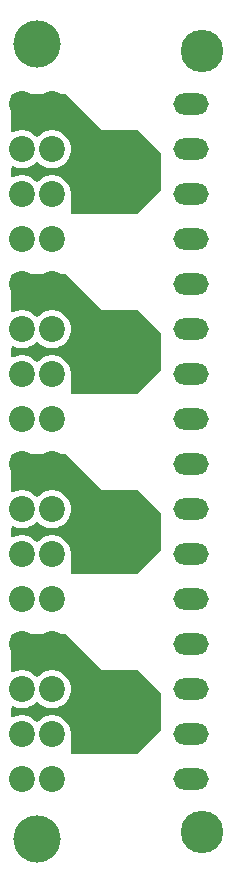
<source format=gbr>
G04 #@! TF.GenerationSoftware,KiCad,Pcbnew,(5.99.0-7355-g8781ce7efb)*
G04 #@! TF.CreationDate,2021-03-09T10:35:05+01:00*
G04 #@! TF.ProjectId,NI9217Filter,4e493932-3137-4466-996c-7465722e6b69,rev?*
G04 #@! TF.SameCoordinates,Original*
G04 #@! TF.FileFunction,Copper,L1,Top*
G04 #@! TF.FilePolarity,Positive*
%FSLAX46Y46*%
G04 Gerber Fmt 4.6, Leading zero omitted, Abs format (unit mm)*
G04 Created by KiCad (PCBNEW (5.99.0-7355-g8781ce7efb)) date 2021-03-09 10:35:05*
%MOMM*%
%LPD*%
G01*
G04 APERTURE LIST*
G04 #@! TA.AperFunction,ComponentPad*
%ADD10O,3.000000X1.800000*%
G04 #@! TD*
G04 #@! TA.AperFunction,ComponentPad*
%ADD11C,3.600000*%
G04 #@! TD*
G04 #@! TA.AperFunction,ComponentPad*
%ADD12C,2.200000*%
G04 #@! TD*
G04 #@! TA.AperFunction,ComponentPad*
%ADD13C,4.000000*%
G04 #@! TD*
G04 #@! TA.AperFunction,ViaPad*
%ADD14C,1.000000*%
G04 #@! TD*
G04 APERTURE END LIST*
D10*
X150865000Y-130175000D03*
X150865000Y-126365000D03*
X150865000Y-122555000D03*
X150865000Y-118745000D03*
X150865000Y-114935000D03*
X150865000Y-111125000D03*
X150865000Y-107315000D03*
X150865000Y-103505000D03*
X150865000Y-99695000D03*
X150865000Y-95885000D03*
X150865000Y-92075000D03*
X150865000Y-88265000D03*
X150865000Y-84455000D03*
X150865000Y-80645000D03*
X150865000Y-76835000D03*
X150865000Y-73025000D03*
D11*
X151765000Y-134675000D03*
X151765000Y-68525000D03*
D12*
X136525000Y-103505000D03*
X139065000Y-103505000D03*
X136525000Y-107315000D03*
X139065000Y-107315000D03*
X136525000Y-111125000D03*
X139065000Y-111125000D03*
X136525000Y-114935000D03*
X139065000Y-114935000D03*
X136525000Y-118745000D03*
X139065000Y-118745000D03*
X136525000Y-122555000D03*
X139065000Y-122555000D03*
X136525000Y-126365000D03*
X139065000Y-126365000D03*
X136525000Y-130175000D03*
X139065000Y-130175000D03*
X136525000Y-73025000D03*
X139065000Y-73025000D03*
X136525000Y-76835000D03*
X139065000Y-76835000D03*
X136525000Y-80645000D03*
X139065000Y-80645000D03*
X136525000Y-84455000D03*
X139065000Y-84455000D03*
X136525000Y-88265000D03*
X139065000Y-88265000D03*
X136525000Y-92075000D03*
X139065000Y-92075000D03*
X136525000Y-95885000D03*
X139065000Y-95885000D03*
X136525000Y-99695000D03*
X139065000Y-99695000D03*
D13*
X137795000Y-135255000D03*
X137795000Y-67945000D03*
D14*
X146050000Y-124460000D03*
X146050000Y-109220000D03*
X146050000Y-93980000D03*
X146050000Y-78740000D03*
G04 #@! TA.AperFunction,Conductor*
G36*
X138868891Y-102615987D02*
G01*
X140155809Y-102615988D01*
X140223930Y-102635990D01*
X140244904Y-102652892D01*
X143256000Y-105664000D01*
X146251806Y-105664000D01*
X146319927Y-105684002D01*
X146340901Y-105700905D01*
X148299091Y-107659095D01*
X148333117Y-107721407D01*
X148335996Y-107748190D01*
X148335996Y-110691810D01*
X148315994Y-110759931D01*
X148299091Y-110780905D01*
X146340901Y-112739095D01*
X146278589Y-112773121D01*
X146251806Y-112776000D01*
X140842000Y-112776000D01*
X140773879Y-112755998D01*
X140727386Y-112702342D01*
X140716000Y-112650000D01*
X140716000Y-111252000D01*
X140710681Y-111252000D01*
X140708690Y-111245219D01*
X140680748Y-111201740D01*
X140676032Y-111156355D01*
X140678112Y-111129929D01*
X140678500Y-111125000D01*
X140658635Y-110872593D01*
X140631588Y-110759931D01*
X140600685Y-110631213D01*
X140599530Y-110626401D01*
X140502639Y-110392486D01*
X140370349Y-110176608D01*
X140367138Y-110172848D01*
X140367134Y-110172843D01*
X140209130Y-109987845D01*
X140205917Y-109984083D01*
X140187295Y-109968178D01*
X140017157Y-109822866D01*
X140017152Y-109822862D01*
X140013392Y-109819651D01*
X139797514Y-109687361D01*
X139792944Y-109685468D01*
X139792940Y-109685466D01*
X139568172Y-109592364D01*
X139568170Y-109592363D01*
X139563599Y-109590470D01*
X139451706Y-109563607D01*
X139322220Y-109532520D01*
X139322214Y-109532519D01*
X139317407Y-109531365D01*
X139065000Y-109511500D01*
X138812593Y-109531365D01*
X138807786Y-109532519D01*
X138807780Y-109532520D01*
X138678294Y-109563607D01*
X138566401Y-109590470D01*
X138561830Y-109592363D01*
X138561828Y-109592364D01*
X138337060Y-109685466D01*
X138337056Y-109685468D01*
X138332486Y-109687361D01*
X138116608Y-109819651D01*
X138112848Y-109822862D01*
X138112843Y-109822866D01*
X137942705Y-109968178D01*
X137924083Y-109984083D01*
X137890809Y-110023042D01*
X137831361Y-110061849D01*
X137760367Y-110062357D01*
X137699191Y-110023042D01*
X137665917Y-109984083D01*
X137647295Y-109968178D01*
X137477157Y-109822866D01*
X137477152Y-109822862D01*
X137473392Y-109819651D01*
X137257514Y-109687361D01*
X137252944Y-109685468D01*
X137252940Y-109685466D01*
X137028172Y-109592364D01*
X137028170Y-109592363D01*
X137023599Y-109590470D01*
X136911706Y-109563607D01*
X136782220Y-109532520D01*
X136782214Y-109532519D01*
X136777407Y-109531365D01*
X136525000Y-109511500D01*
X136272593Y-109531365D01*
X136267786Y-109532519D01*
X136267780Y-109532520D01*
X136138294Y-109563607D01*
X136026401Y-109590470D01*
X136021830Y-109592363D01*
X136021828Y-109592364D01*
X135810218Y-109680016D01*
X135739628Y-109687605D01*
X135676141Y-109655826D01*
X135639914Y-109594768D01*
X135636000Y-109563607D01*
X135636000Y-108876393D01*
X135656002Y-108808272D01*
X135709658Y-108761779D01*
X135779932Y-108751675D01*
X135810218Y-108759984D01*
X135926796Y-108808272D01*
X136026401Y-108849530D01*
X136111106Y-108869866D01*
X136267780Y-108907480D01*
X136267786Y-108907481D01*
X136272593Y-108908635D01*
X136525000Y-108928500D01*
X136777407Y-108908635D01*
X136782214Y-108907481D01*
X136782220Y-108907480D01*
X136938894Y-108869866D01*
X137023599Y-108849530D01*
X137028172Y-108847636D01*
X137252940Y-108754534D01*
X137252944Y-108754532D01*
X137257514Y-108752639D01*
X137473392Y-108620349D01*
X137477152Y-108617138D01*
X137477157Y-108617134D01*
X137662155Y-108459130D01*
X137665917Y-108455917D01*
X137699191Y-108416958D01*
X137758639Y-108378151D01*
X137829633Y-108377643D01*
X137890809Y-108416958D01*
X137924083Y-108455917D01*
X137927845Y-108459130D01*
X138112843Y-108617134D01*
X138112848Y-108617138D01*
X138116608Y-108620349D01*
X138332486Y-108752639D01*
X138337056Y-108754532D01*
X138337060Y-108754534D01*
X138561828Y-108847636D01*
X138566401Y-108849530D01*
X138651106Y-108869866D01*
X138807780Y-108907480D01*
X138807786Y-108907481D01*
X138812593Y-108908635D01*
X139065000Y-108928500D01*
X139317407Y-108908635D01*
X139322214Y-108907481D01*
X139322220Y-108907480D01*
X139478894Y-108869866D01*
X139563599Y-108849530D01*
X139568172Y-108847636D01*
X139792940Y-108754534D01*
X139792944Y-108754532D01*
X139797514Y-108752639D01*
X140013392Y-108620349D01*
X140017152Y-108617138D01*
X140017157Y-108617134D01*
X140202155Y-108459130D01*
X140205917Y-108455917D01*
X140221822Y-108437295D01*
X140367134Y-108267157D01*
X140367138Y-108267152D01*
X140370349Y-108263392D01*
X140502639Y-108047514D01*
X140599530Y-107813599D01*
X140658635Y-107567407D01*
X140678500Y-107315000D01*
X140658635Y-107062593D01*
X140599530Y-106816401D01*
X140502639Y-106582486D01*
X140370349Y-106366608D01*
X140367138Y-106362848D01*
X140367134Y-106362843D01*
X140209130Y-106177845D01*
X140205917Y-106174083D01*
X140187295Y-106158178D01*
X140017157Y-106012866D01*
X140017152Y-106012862D01*
X140013392Y-106009651D01*
X139797514Y-105877361D01*
X139792944Y-105875468D01*
X139792940Y-105875466D01*
X139568172Y-105782364D01*
X139568170Y-105782363D01*
X139563599Y-105780470D01*
X139451706Y-105753607D01*
X139322220Y-105722520D01*
X139322214Y-105722519D01*
X139317407Y-105721365D01*
X139065000Y-105701500D01*
X138812593Y-105721365D01*
X138807786Y-105722519D01*
X138807780Y-105722520D01*
X138678294Y-105753607D01*
X138566401Y-105780470D01*
X138561830Y-105782363D01*
X138561828Y-105782364D01*
X138337060Y-105875466D01*
X138337056Y-105875468D01*
X138332486Y-105877361D01*
X138116608Y-106009651D01*
X138112848Y-106012862D01*
X138112843Y-106012866D01*
X137942705Y-106158178D01*
X137924083Y-106174083D01*
X137890809Y-106213042D01*
X137831361Y-106251849D01*
X137760367Y-106252357D01*
X137699191Y-106213042D01*
X137665917Y-106174083D01*
X137647295Y-106158178D01*
X137477157Y-106012866D01*
X137477152Y-106012862D01*
X137473392Y-106009651D01*
X137257514Y-105877361D01*
X137252944Y-105875468D01*
X137252940Y-105875466D01*
X137028172Y-105782364D01*
X137028170Y-105782363D01*
X137023599Y-105780470D01*
X136911706Y-105753607D01*
X136782220Y-105722520D01*
X136782214Y-105722519D01*
X136777407Y-105721365D01*
X136525000Y-105701500D01*
X136272593Y-105721365D01*
X136267786Y-105722519D01*
X136267780Y-105722520D01*
X136138294Y-105753607D01*
X136026401Y-105780470D01*
X136021830Y-105782363D01*
X136021828Y-105782364D01*
X135810218Y-105870016D01*
X135739628Y-105877605D01*
X135676141Y-105845826D01*
X135639914Y-105784768D01*
X135636000Y-105753607D01*
X135636000Y-102741984D01*
X135656002Y-102673863D01*
X135709658Y-102627370D01*
X135761999Y-102615984D01*
X138868891Y-102615987D01*
G37*
G04 #@! TD.AperFunction*
G04 #@! TA.AperFunction,Conductor*
G36*
X140223935Y-87395990D02*
G01*
X140244909Y-87412893D01*
X143256004Y-90423988D01*
X146251810Y-90423988D01*
X146319931Y-90443990D01*
X146340905Y-90460893D01*
X148299095Y-92419083D01*
X148333121Y-92481395D01*
X148336000Y-92508178D01*
X148336000Y-95451810D01*
X148315998Y-95519931D01*
X148299095Y-95540905D01*
X146340905Y-97499095D01*
X146278593Y-97533121D01*
X146251811Y-97536000D01*
X144667333Y-97535996D01*
X140842000Y-97535988D01*
X140773879Y-97515986D01*
X140727386Y-97462330D01*
X140716000Y-97409988D01*
X140716004Y-96030104D01*
X140716004Y-96011988D01*
X140710684Y-96011988D01*
X140708694Y-96005211D01*
X140680749Y-95961729D01*
X140676033Y-95916342D01*
X140678112Y-95889929D01*
X140678500Y-95885000D01*
X140658635Y-95632593D01*
X140631588Y-95519931D01*
X140600685Y-95391213D01*
X140599530Y-95386401D01*
X140502639Y-95152486D01*
X140370349Y-94936608D01*
X140367138Y-94932848D01*
X140367134Y-94932843D01*
X140209130Y-94747845D01*
X140205917Y-94744083D01*
X140187295Y-94728178D01*
X140017157Y-94582866D01*
X140017152Y-94582862D01*
X140013392Y-94579651D01*
X139797514Y-94447361D01*
X139792944Y-94445468D01*
X139792940Y-94445466D01*
X139568172Y-94352364D01*
X139568170Y-94352363D01*
X139563599Y-94350470D01*
X139451706Y-94323607D01*
X139322220Y-94292520D01*
X139322214Y-94292519D01*
X139317407Y-94291365D01*
X139065000Y-94271500D01*
X138812593Y-94291365D01*
X138807786Y-94292519D01*
X138807780Y-94292520D01*
X138678294Y-94323607D01*
X138566401Y-94350470D01*
X138561830Y-94352363D01*
X138561828Y-94352364D01*
X138337060Y-94445466D01*
X138337056Y-94445468D01*
X138332486Y-94447361D01*
X138116608Y-94579651D01*
X138112848Y-94582862D01*
X138112843Y-94582866D01*
X137942705Y-94728178D01*
X137924083Y-94744083D01*
X137890809Y-94783042D01*
X137831361Y-94821849D01*
X137760367Y-94822357D01*
X137699191Y-94783042D01*
X137665917Y-94744083D01*
X137647295Y-94728178D01*
X137477157Y-94582866D01*
X137477152Y-94582862D01*
X137473392Y-94579651D01*
X137257514Y-94447361D01*
X137252944Y-94445468D01*
X137252940Y-94445466D01*
X137028172Y-94352364D01*
X137028170Y-94352363D01*
X137023599Y-94350470D01*
X136911706Y-94323607D01*
X136782220Y-94292520D01*
X136782214Y-94292519D01*
X136777407Y-94291365D01*
X136525000Y-94271500D01*
X136272593Y-94291365D01*
X136267786Y-94292519D01*
X136267780Y-94292520D01*
X136138294Y-94323607D01*
X136026401Y-94350470D01*
X136021830Y-94352363D01*
X136021828Y-94352364D01*
X135930355Y-94390253D01*
X135810218Y-94440016D01*
X135739630Y-94447605D01*
X135676143Y-94415826D01*
X135639915Y-94354768D01*
X135636001Y-94323607D01*
X135636001Y-93636393D01*
X135656003Y-93568272D01*
X135709659Y-93521779D01*
X135779933Y-93511675D01*
X135810217Y-93519983D01*
X136026401Y-93609530D01*
X136111106Y-93629866D01*
X136267780Y-93667480D01*
X136267786Y-93667481D01*
X136272593Y-93668635D01*
X136525000Y-93688500D01*
X136777407Y-93668635D01*
X136782214Y-93667481D01*
X136782220Y-93667480D01*
X136938894Y-93629866D01*
X137023599Y-93609530D01*
X137028172Y-93607636D01*
X137252940Y-93514534D01*
X137252944Y-93514532D01*
X137257514Y-93512639D01*
X137473392Y-93380349D01*
X137477152Y-93377138D01*
X137477157Y-93377134D01*
X137662155Y-93219130D01*
X137665917Y-93215917D01*
X137699191Y-93176958D01*
X137758639Y-93138151D01*
X137829633Y-93137643D01*
X137890809Y-93176958D01*
X137924083Y-93215917D01*
X137927845Y-93219130D01*
X138112843Y-93377134D01*
X138112848Y-93377138D01*
X138116608Y-93380349D01*
X138332486Y-93512639D01*
X138337056Y-93514532D01*
X138337060Y-93514534D01*
X138561828Y-93607636D01*
X138566401Y-93609530D01*
X138651106Y-93629866D01*
X138807780Y-93667480D01*
X138807786Y-93667481D01*
X138812593Y-93668635D01*
X139065000Y-93688500D01*
X139317407Y-93668635D01*
X139322214Y-93667481D01*
X139322220Y-93667480D01*
X139478894Y-93629866D01*
X139563599Y-93609530D01*
X139568172Y-93607636D01*
X139792940Y-93514534D01*
X139792944Y-93514532D01*
X139797514Y-93512639D01*
X140013392Y-93380349D01*
X140017152Y-93377138D01*
X140017157Y-93377134D01*
X140202155Y-93219130D01*
X140205917Y-93215917D01*
X140221822Y-93197295D01*
X140367134Y-93027157D01*
X140367138Y-93027152D01*
X140370349Y-93023392D01*
X140502639Y-92807514D01*
X140599530Y-92573599D01*
X140658635Y-92327407D01*
X140678500Y-92075000D01*
X140658635Y-91822593D01*
X140599530Y-91576401D01*
X140502639Y-91342486D01*
X140370349Y-91126608D01*
X140367138Y-91122848D01*
X140367134Y-91122843D01*
X140209130Y-90937845D01*
X140205917Y-90934083D01*
X140187295Y-90918178D01*
X140017157Y-90772866D01*
X140017152Y-90772862D01*
X140013392Y-90769651D01*
X139797514Y-90637361D01*
X139792944Y-90635468D01*
X139792940Y-90635466D01*
X139568172Y-90542364D01*
X139568170Y-90542363D01*
X139563599Y-90540470D01*
X139478894Y-90520134D01*
X139322220Y-90482520D01*
X139322214Y-90482519D01*
X139317407Y-90481365D01*
X139065000Y-90461500D01*
X138812593Y-90481365D01*
X138807786Y-90482519D01*
X138807780Y-90482520D01*
X138651106Y-90520134D01*
X138566401Y-90540470D01*
X138561830Y-90542363D01*
X138561828Y-90542364D01*
X138337060Y-90635466D01*
X138337056Y-90635468D01*
X138332486Y-90637361D01*
X138116608Y-90769651D01*
X138112848Y-90772862D01*
X138112843Y-90772866D01*
X137942705Y-90918178D01*
X137924083Y-90934083D01*
X137890809Y-90973042D01*
X137831361Y-91011849D01*
X137760367Y-91012357D01*
X137699191Y-90973042D01*
X137665917Y-90934083D01*
X137647295Y-90918178D01*
X137477157Y-90772866D01*
X137477152Y-90772862D01*
X137473392Y-90769651D01*
X137257514Y-90637361D01*
X137252944Y-90635468D01*
X137252940Y-90635466D01*
X137028172Y-90542364D01*
X137028170Y-90542363D01*
X137023599Y-90540470D01*
X136938894Y-90520134D01*
X136782220Y-90482520D01*
X136782214Y-90482519D01*
X136777407Y-90481365D01*
X136525000Y-90461500D01*
X136272593Y-90481365D01*
X136267786Y-90482519D01*
X136267780Y-90482520D01*
X136111106Y-90520134D01*
X136026401Y-90540470D01*
X136021830Y-90542363D01*
X136021828Y-90542364D01*
X135810220Y-90630015D01*
X135739630Y-90637604D01*
X135676143Y-90605825D01*
X135639916Y-90544767D01*
X135636003Y-90513610D01*
X135636004Y-87501988D01*
X135656006Y-87433867D01*
X135709662Y-87387374D01*
X135762004Y-87375988D01*
X140155814Y-87375988D01*
X140223935Y-87395990D01*
G37*
G04 #@! TD.AperFunction*
G04 #@! TA.AperFunction,Conductor*
G36*
X140223935Y-72156002D02*
G01*
X140244909Y-72172905D01*
X143256004Y-75184000D01*
X146251809Y-75184000D01*
X146319930Y-75204002D01*
X146340904Y-75220904D01*
X148299107Y-77179095D01*
X148333132Y-77241407D01*
X148336012Y-77268190D01*
X148336007Y-78396395D01*
X148336000Y-80211811D01*
X148315998Y-80279931D01*
X148299095Y-80300905D01*
X146340905Y-82259095D01*
X146278593Y-82293121D01*
X146251810Y-82296000D01*
X140842004Y-82296000D01*
X140773883Y-82275998D01*
X140727390Y-82222342D01*
X140716004Y-82170000D01*
X140716004Y-80772000D01*
X140710685Y-80772000D01*
X140708696Y-80765225D01*
X140680748Y-80721738D01*
X140676033Y-80676351D01*
X140678112Y-80649940D01*
X140678112Y-80649930D01*
X140678500Y-80645000D01*
X140658635Y-80392593D01*
X140631588Y-80279931D01*
X140600685Y-80151213D01*
X140599530Y-80146401D01*
X140502639Y-79912486D01*
X140370349Y-79696608D01*
X140367138Y-79692848D01*
X140367134Y-79692843D01*
X140209130Y-79507845D01*
X140205917Y-79504083D01*
X140187295Y-79488178D01*
X140017157Y-79342866D01*
X140017152Y-79342862D01*
X140013392Y-79339651D01*
X139797514Y-79207361D01*
X139792944Y-79205468D01*
X139792940Y-79205466D01*
X139568172Y-79112364D01*
X139568170Y-79112363D01*
X139563599Y-79110470D01*
X139478894Y-79090134D01*
X139322220Y-79052520D01*
X139322214Y-79052519D01*
X139317407Y-79051365D01*
X139065000Y-79031500D01*
X138812593Y-79051365D01*
X138807786Y-79052519D01*
X138807780Y-79052520D01*
X138651106Y-79090134D01*
X138566401Y-79110470D01*
X138561830Y-79112363D01*
X138561828Y-79112364D01*
X138337060Y-79205466D01*
X138337056Y-79205468D01*
X138332486Y-79207361D01*
X138116608Y-79339651D01*
X138112848Y-79342862D01*
X138112843Y-79342866D01*
X137942705Y-79488178D01*
X137924083Y-79504083D01*
X137890809Y-79543042D01*
X137831361Y-79581849D01*
X137760367Y-79582357D01*
X137699191Y-79543042D01*
X137665917Y-79504083D01*
X137647295Y-79488178D01*
X137477157Y-79342866D01*
X137477152Y-79342862D01*
X137473392Y-79339651D01*
X137257514Y-79207361D01*
X137252944Y-79205468D01*
X137252940Y-79205466D01*
X137028172Y-79112364D01*
X137028170Y-79112363D01*
X137023599Y-79110470D01*
X136938894Y-79090134D01*
X136782220Y-79052520D01*
X136782214Y-79052519D01*
X136777407Y-79051365D01*
X136525000Y-79031500D01*
X136272593Y-79051365D01*
X136267786Y-79052519D01*
X136267780Y-79052520D01*
X136111106Y-79090134D01*
X136026401Y-79110470D01*
X136021830Y-79112363D01*
X136021828Y-79112364D01*
X135810222Y-79200014D01*
X135739632Y-79207603D01*
X135676145Y-79175824D01*
X135639918Y-79114765D01*
X135636004Y-79083605D01*
X135636004Y-78396395D01*
X135656006Y-78328274D01*
X135709662Y-78281781D01*
X135779936Y-78271677D01*
X135810222Y-78279986D01*
X135926800Y-78328274D01*
X136026401Y-78369530D01*
X136111106Y-78389866D01*
X136267780Y-78427480D01*
X136267786Y-78427481D01*
X136272593Y-78428635D01*
X136525000Y-78448500D01*
X136777407Y-78428635D01*
X136782214Y-78427481D01*
X136782220Y-78427480D01*
X136938894Y-78389866D01*
X137023599Y-78369530D01*
X137123200Y-78328274D01*
X137252940Y-78274534D01*
X137252944Y-78274532D01*
X137257514Y-78272639D01*
X137473392Y-78140349D01*
X137477152Y-78137138D01*
X137477157Y-78137134D01*
X137662155Y-77979130D01*
X137665917Y-77975917D01*
X137699191Y-77936958D01*
X137758639Y-77898151D01*
X137829633Y-77897643D01*
X137890809Y-77936958D01*
X137924083Y-77975917D01*
X137927845Y-77979130D01*
X138112843Y-78137134D01*
X138112848Y-78137138D01*
X138116608Y-78140349D01*
X138332486Y-78272639D01*
X138337056Y-78274532D01*
X138337060Y-78274534D01*
X138466800Y-78328274D01*
X138566401Y-78369530D01*
X138651106Y-78389866D01*
X138807780Y-78427480D01*
X138807786Y-78427481D01*
X138812593Y-78428635D01*
X139065000Y-78448500D01*
X139317407Y-78428635D01*
X139322214Y-78427481D01*
X139322220Y-78427480D01*
X139478894Y-78389866D01*
X139563599Y-78369530D01*
X139663200Y-78328274D01*
X139792940Y-78274534D01*
X139792944Y-78274532D01*
X139797514Y-78272639D01*
X140013392Y-78140349D01*
X140017152Y-78137138D01*
X140017157Y-78137134D01*
X140202155Y-77979130D01*
X140205917Y-77975917D01*
X140221822Y-77957295D01*
X140367134Y-77787157D01*
X140367138Y-77787152D01*
X140370349Y-77783392D01*
X140502639Y-77567514D01*
X140599530Y-77333599D01*
X140658635Y-77087407D01*
X140678500Y-76835000D01*
X140658635Y-76582593D01*
X140599530Y-76336401D01*
X140502639Y-76102486D01*
X140370349Y-75886608D01*
X140367138Y-75882848D01*
X140367134Y-75882843D01*
X140209130Y-75697845D01*
X140205917Y-75694083D01*
X140187295Y-75678178D01*
X140017157Y-75532866D01*
X140017152Y-75532862D01*
X140013392Y-75529651D01*
X139797514Y-75397361D01*
X139792944Y-75395468D01*
X139792940Y-75395466D01*
X139568172Y-75302364D01*
X139568170Y-75302363D01*
X139563599Y-75300470D01*
X139478894Y-75280134D01*
X139322220Y-75242520D01*
X139322214Y-75242519D01*
X139317407Y-75241365D01*
X139065000Y-75221500D01*
X138812593Y-75241365D01*
X138807786Y-75242519D01*
X138807780Y-75242520D01*
X138651106Y-75280134D01*
X138566401Y-75300470D01*
X138561830Y-75302363D01*
X138561828Y-75302364D01*
X138337060Y-75395466D01*
X138337056Y-75395468D01*
X138332486Y-75397361D01*
X138116608Y-75529651D01*
X138112848Y-75532862D01*
X138112843Y-75532866D01*
X137942705Y-75678178D01*
X137924083Y-75694083D01*
X137890809Y-75733042D01*
X137831361Y-75771849D01*
X137760367Y-75772357D01*
X137699191Y-75733042D01*
X137665917Y-75694083D01*
X137647295Y-75678178D01*
X137477157Y-75532866D01*
X137477152Y-75532862D01*
X137473392Y-75529651D01*
X137257514Y-75397361D01*
X137252944Y-75395468D01*
X137252940Y-75395466D01*
X137028172Y-75302364D01*
X137028170Y-75302363D01*
X137023599Y-75300470D01*
X136938894Y-75280134D01*
X136782220Y-75242520D01*
X136782214Y-75242519D01*
X136777407Y-75241365D01*
X136525000Y-75221500D01*
X136272593Y-75241365D01*
X136267786Y-75242519D01*
X136267780Y-75242520D01*
X136111106Y-75280134D01*
X136026401Y-75300470D01*
X136021830Y-75302363D01*
X136021828Y-75302364D01*
X135810222Y-75390014D01*
X135739632Y-75397603D01*
X135676145Y-75365824D01*
X135639918Y-75304765D01*
X135636004Y-75273605D01*
X135636004Y-72262000D01*
X135656006Y-72193879D01*
X135709662Y-72147386D01*
X135762004Y-72136000D01*
X140155814Y-72136000D01*
X140223935Y-72156002D01*
G37*
G04 #@! TD.AperFunction*
G04 #@! TA.AperFunction,Conductor*
G36*
X140223931Y-117876002D02*
G01*
X140244905Y-117892905D01*
X143256000Y-120904000D01*
X146251806Y-120904000D01*
X146319927Y-120924002D01*
X146340901Y-120940905D01*
X148299091Y-122899095D01*
X148333117Y-122961407D01*
X148335996Y-122988190D01*
X148335996Y-125931810D01*
X148315994Y-125999931D01*
X148299091Y-126020905D01*
X146340901Y-127979095D01*
X146278589Y-128013121D01*
X146251806Y-128016000D01*
X140842000Y-128016000D01*
X140773879Y-127995998D01*
X140727386Y-127942342D01*
X140716000Y-127890000D01*
X140716000Y-126492000D01*
X140710681Y-126492000D01*
X140708690Y-126485219D01*
X140680748Y-126441740D01*
X140676032Y-126396355D01*
X140678112Y-126369929D01*
X140678500Y-126365000D01*
X140658635Y-126112593D01*
X140631588Y-125999931D01*
X140600685Y-125871213D01*
X140599530Y-125866401D01*
X140502639Y-125632486D01*
X140370349Y-125416608D01*
X140367138Y-125412848D01*
X140367134Y-125412843D01*
X140209130Y-125227845D01*
X140205917Y-125224083D01*
X140187295Y-125208178D01*
X140017157Y-125062866D01*
X140017152Y-125062862D01*
X140013392Y-125059651D01*
X139797514Y-124927361D01*
X139792944Y-124925468D01*
X139792940Y-124925466D01*
X139568172Y-124832364D01*
X139568170Y-124832363D01*
X139563599Y-124830470D01*
X139451706Y-124803607D01*
X139322220Y-124772520D01*
X139322214Y-124772519D01*
X139317407Y-124771365D01*
X139065000Y-124751500D01*
X138812593Y-124771365D01*
X138807786Y-124772519D01*
X138807780Y-124772520D01*
X138678294Y-124803607D01*
X138566401Y-124830470D01*
X138561830Y-124832363D01*
X138561828Y-124832364D01*
X138337060Y-124925466D01*
X138337056Y-124925468D01*
X138332486Y-124927361D01*
X138116608Y-125059651D01*
X138112848Y-125062862D01*
X138112843Y-125062866D01*
X137942705Y-125208178D01*
X137924083Y-125224083D01*
X137890809Y-125263042D01*
X137831361Y-125301849D01*
X137760367Y-125302357D01*
X137699191Y-125263042D01*
X137665917Y-125224083D01*
X137647295Y-125208178D01*
X137477157Y-125062866D01*
X137477152Y-125062862D01*
X137473392Y-125059651D01*
X137257514Y-124927361D01*
X137252944Y-124925468D01*
X137252940Y-124925466D01*
X137028172Y-124832364D01*
X137028170Y-124832363D01*
X137023599Y-124830470D01*
X136911706Y-124803607D01*
X136782220Y-124772520D01*
X136782214Y-124772519D01*
X136777407Y-124771365D01*
X136525000Y-124751500D01*
X136272593Y-124771365D01*
X136267786Y-124772519D01*
X136267780Y-124772520D01*
X136138294Y-124803607D01*
X136026401Y-124830470D01*
X136021830Y-124832363D01*
X136021828Y-124832364D01*
X135810218Y-124920016D01*
X135739628Y-124927605D01*
X135676141Y-124895826D01*
X135639914Y-124834768D01*
X135636000Y-124803607D01*
X135636000Y-124116393D01*
X135656002Y-124048272D01*
X135709658Y-124001779D01*
X135779932Y-123991675D01*
X135810218Y-123999984D01*
X135926796Y-124048272D01*
X136026401Y-124089530D01*
X136111106Y-124109866D01*
X136267780Y-124147480D01*
X136267786Y-124147481D01*
X136272593Y-124148635D01*
X136525000Y-124168500D01*
X136777407Y-124148635D01*
X136782214Y-124147481D01*
X136782220Y-124147480D01*
X136938894Y-124109866D01*
X137023599Y-124089530D01*
X137028172Y-124087636D01*
X137252940Y-123994534D01*
X137252944Y-123994532D01*
X137257514Y-123992639D01*
X137473392Y-123860349D01*
X137477152Y-123857138D01*
X137477157Y-123857134D01*
X137662155Y-123699130D01*
X137665917Y-123695917D01*
X137699191Y-123656958D01*
X137758639Y-123618151D01*
X137829633Y-123617643D01*
X137890809Y-123656958D01*
X137924083Y-123695917D01*
X137927845Y-123699130D01*
X138112843Y-123857134D01*
X138112848Y-123857138D01*
X138116608Y-123860349D01*
X138332486Y-123992639D01*
X138337056Y-123994532D01*
X138337060Y-123994534D01*
X138561828Y-124087636D01*
X138566401Y-124089530D01*
X138651106Y-124109866D01*
X138807780Y-124147480D01*
X138807786Y-124147481D01*
X138812593Y-124148635D01*
X139065000Y-124168500D01*
X139317407Y-124148635D01*
X139322214Y-124147481D01*
X139322220Y-124147480D01*
X139478894Y-124109866D01*
X139563599Y-124089530D01*
X139568172Y-124087636D01*
X139792940Y-123994534D01*
X139792944Y-123994532D01*
X139797514Y-123992639D01*
X140013392Y-123860349D01*
X140017152Y-123857138D01*
X140017157Y-123857134D01*
X140202155Y-123699130D01*
X140205917Y-123695917D01*
X140221822Y-123677295D01*
X140367134Y-123507157D01*
X140367138Y-123507152D01*
X140370349Y-123503392D01*
X140502639Y-123287514D01*
X140599530Y-123053599D01*
X140658635Y-122807407D01*
X140678500Y-122555000D01*
X140658635Y-122302593D01*
X140599530Y-122056401D01*
X140502639Y-121822486D01*
X140370349Y-121606608D01*
X140367138Y-121602848D01*
X140367134Y-121602843D01*
X140209130Y-121417845D01*
X140205917Y-121414083D01*
X140187295Y-121398178D01*
X140017157Y-121252866D01*
X140017152Y-121252862D01*
X140013392Y-121249651D01*
X139797514Y-121117361D01*
X139792944Y-121115468D01*
X139792940Y-121115466D01*
X139568172Y-121022364D01*
X139568170Y-121022363D01*
X139563599Y-121020470D01*
X139451706Y-120993607D01*
X139322220Y-120962520D01*
X139322214Y-120962519D01*
X139317407Y-120961365D01*
X139065000Y-120941500D01*
X138812593Y-120961365D01*
X138807786Y-120962519D01*
X138807780Y-120962520D01*
X138678294Y-120993607D01*
X138566401Y-121020470D01*
X138561830Y-121022363D01*
X138561828Y-121022364D01*
X138337060Y-121115466D01*
X138337056Y-121115468D01*
X138332486Y-121117361D01*
X138116608Y-121249651D01*
X138112848Y-121252862D01*
X138112843Y-121252866D01*
X137942705Y-121398178D01*
X137924083Y-121414083D01*
X137890809Y-121453042D01*
X137831361Y-121491849D01*
X137760367Y-121492357D01*
X137699191Y-121453042D01*
X137665917Y-121414083D01*
X137647295Y-121398178D01*
X137477157Y-121252866D01*
X137477152Y-121252862D01*
X137473392Y-121249651D01*
X137257514Y-121117361D01*
X137252944Y-121115468D01*
X137252940Y-121115466D01*
X137028172Y-121022364D01*
X137028170Y-121022363D01*
X137023599Y-121020470D01*
X136911706Y-120993607D01*
X136782220Y-120962520D01*
X136782214Y-120962519D01*
X136777407Y-120961365D01*
X136525000Y-120941500D01*
X136272593Y-120961365D01*
X136267786Y-120962519D01*
X136267780Y-120962520D01*
X136138294Y-120993607D01*
X136026401Y-121020470D01*
X136021830Y-121022363D01*
X136021828Y-121022364D01*
X135810218Y-121110016D01*
X135739628Y-121117605D01*
X135676141Y-121085826D01*
X135639914Y-121024768D01*
X135636000Y-120993607D01*
X135636000Y-117982000D01*
X135656002Y-117913879D01*
X135709658Y-117867386D01*
X135762000Y-117856000D01*
X140155810Y-117856000D01*
X140223931Y-117876002D01*
G37*
G04 #@! TD.AperFunction*
M02*

</source>
